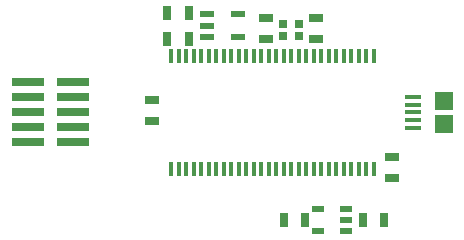
<source format=gtp>
G75*
G70*
%OFA0B0*%
%FSLAX24Y24*%
%IPPOS*%
%LPD*%
%AMOC8*
5,1,8,0,0,1.08239X$1,22.5*
%
%ADD10R,0.0138X0.0472*%
%ADD11R,0.0295X0.0276*%
%ADD12R,0.0472X0.0315*%
%ADD13R,0.0315X0.0472*%
%ADD14R,0.0394X0.0197*%
%ADD15R,0.1100X0.0290*%
%ADD16R,0.0472X0.0217*%
%ADD17R,0.0551X0.0138*%
%ADD18R,0.0591X0.0591*%
D10*
X006239Y003228D03*
X006489Y003228D03*
X006739Y003228D03*
X006989Y003228D03*
X007239Y003228D03*
X007489Y003228D03*
X007739Y003228D03*
X007989Y003228D03*
X008239Y003228D03*
X008489Y003228D03*
X008739Y003228D03*
X008989Y003228D03*
X009239Y003228D03*
X009489Y003228D03*
X009739Y003228D03*
X009989Y003228D03*
X010239Y003228D03*
X010489Y003228D03*
X010739Y003228D03*
X010989Y003228D03*
X011239Y003228D03*
X011489Y003228D03*
X011739Y003228D03*
X011989Y003228D03*
X012239Y003228D03*
X012489Y003228D03*
X012739Y003228D03*
X012989Y003228D03*
X012989Y007007D03*
X012739Y007007D03*
X012489Y007007D03*
X012239Y007007D03*
X011989Y007007D03*
X011739Y007007D03*
X011489Y007007D03*
X011239Y007007D03*
X010989Y007007D03*
X010739Y007007D03*
X010489Y007007D03*
X010239Y007007D03*
X009989Y007007D03*
X009739Y007007D03*
X009489Y007007D03*
X009239Y007007D03*
X008989Y007007D03*
X008739Y007007D03*
X008489Y007007D03*
X008239Y007007D03*
X007989Y007007D03*
X007739Y007007D03*
X007489Y007007D03*
X007239Y007007D03*
X006989Y007007D03*
X006739Y007007D03*
X006489Y007007D03*
X006239Y007007D03*
D11*
X009974Y007670D03*
X010505Y007670D03*
X010505Y008064D03*
X009974Y008064D03*
D12*
X009401Y008269D03*
X009401Y007560D03*
X011078Y007560D03*
X011078Y008269D03*
X005602Y005533D03*
X005602Y004824D03*
X013609Y003639D03*
X013609Y002930D03*
D13*
X013333Y001527D03*
X012624Y001527D03*
X010708Y001527D03*
X009999Y001527D03*
X006820Y007580D03*
X006111Y007580D03*
X006111Y008436D03*
X006820Y008436D03*
D14*
X011131Y001901D03*
X012076Y001901D03*
X012076Y001527D03*
X012076Y001153D03*
X011131Y001153D03*
D15*
X002950Y004117D03*
X002950Y004617D03*
X002950Y005117D03*
X002950Y005617D03*
X002950Y006117D03*
X001450Y006117D03*
X001450Y005617D03*
X001450Y005117D03*
X001450Y004617D03*
X001450Y004117D03*
D16*
X007448Y007639D03*
X007448Y008013D03*
X007448Y008387D03*
X008472Y008387D03*
X008472Y007639D03*
D17*
X014294Y005629D03*
X014294Y005373D03*
X014294Y005117D03*
X014294Y004861D03*
X014294Y004606D03*
D18*
X015338Y004724D03*
X015338Y005511D03*
M02*

</source>
